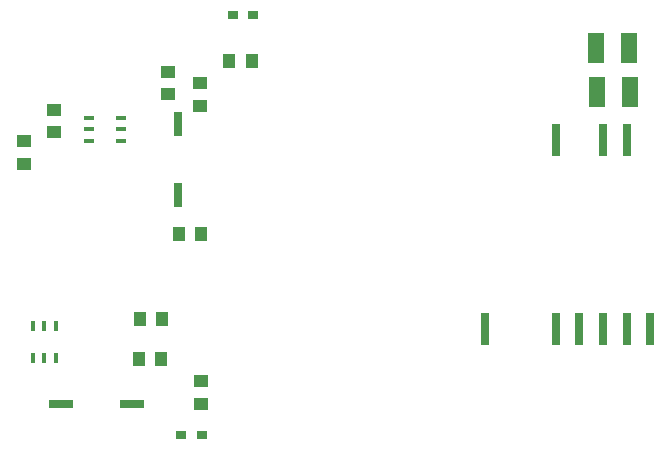
<source format=gbr>
G04 DipTrace 3.2.0.1*
G04 TopPaste.gbr*
%MOMM*%
G04 #@! TF.FileFunction,Paste,Top*
G04 #@! TF.Part,Single*
%ADD42R,0.8X2.086*%
%ADD44R,0.9X0.4*%
%ADD46R,0.4X0.85*%
%ADD48R,1.3X1.1*%
%ADD50R,0.9X0.8*%
%ADD52R,2.086X0.8*%
%ADD54R,1.1X1.3*%
%ADD62R,0.8X2.8*%
%ADD68R,1.4X2.5*%
%FSLAX35Y35*%
G04*
G71*
G90*
G75*
G01*
G04 TopPaste*
%LPD*%
D68*
X5450840Y3868420D3*
X5730840D3*
X5453380Y3492500D3*
X5733380D3*
D62*
X5707080Y1486000D3*
X5507080D3*
X5307080D3*
X5107080D3*
X4507080D3*
X5907080D3*
X5707080Y3086000D3*
X5507080D3*
X5107080D3*
D54*
X2105660Y2286000D3*
X1915660D3*
D52*
X916940Y848360D3*
X1516940D3*
D50*
X1938020Y591820D3*
X2108020D3*
D48*
X2105660Y853440D3*
Y1043440D3*
D46*
X777240Y1511300D3*
X682240D3*
X872240D3*
X777240Y1241300D3*
X682240D3*
X872240D3*
D54*
X1577340Y1229360D3*
X1767340D3*
X1584960Y1569720D3*
X1774960D3*
D48*
X601980Y2885440D3*
Y3075440D3*
D44*
X1157860Y3270000D3*
Y3175000D3*
Y3080000D3*
X1427860Y3270000D3*
Y3175000D3*
Y3080000D3*
D48*
X1821180Y3472180D3*
Y3662180D3*
X861060Y3342640D3*
Y3152640D3*
D54*
X2341880Y3756660D3*
X2531880D3*
D48*
X2092960Y3375660D3*
Y3565660D3*
D42*
X1910080Y3223260D3*
Y2623260D3*
D50*
X2545080Y4142740D3*
X2375080D3*
M02*

</source>
